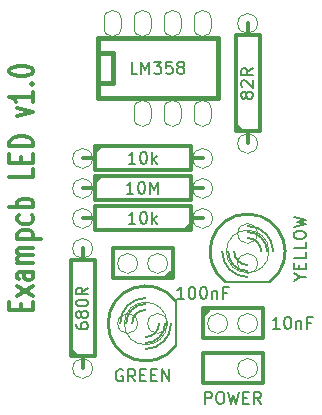
<source format=gto>
G04 #@! TF.FileFunction,Legend,Top*
%FSLAX46Y46*%
G04 Gerber Fmt 4.6, Leading zero omitted, Abs format (unit mm)*
G04 Created by KiCad (PCBNEW 0.201412031631+5310~19~ubuntu14.04.1-product) date sáb 06 dic 2014 00:19:34 CET*
%MOMM*%
G01*
G04 APERTURE LIST*
%ADD10C,0.100000*%
%ADD11C,0.304800*%
%ADD12C,0.381000*%
%ADD13C,0.203200*%
%ADD14C,0.076200*%
%ADD15C,0.254000*%
%ADD16C,0.152400*%
G04 APERTURE END LIST*
D10*
D11*
X133204857Y-111905143D02*
X133204857Y-111397143D01*
X134269238Y-111179429D02*
X134269238Y-111905143D01*
X132237238Y-111905143D01*
X132237238Y-111179429D01*
X134269238Y-110671429D02*
X132914571Y-109873143D01*
X132914571Y-110671429D02*
X134269238Y-109873143D01*
X134269238Y-108639429D02*
X133204857Y-108639429D01*
X133011333Y-108712000D01*
X132914571Y-108857143D01*
X132914571Y-109147429D01*
X133011333Y-109292572D01*
X134172476Y-108639429D02*
X134269238Y-108784572D01*
X134269238Y-109147429D01*
X134172476Y-109292572D01*
X133978952Y-109365143D01*
X133785429Y-109365143D01*
X133591905Y-109292572D01*
X133495143Y-109147429D01*
X133495143Y-108784572D01*
X133398381Y-108639429D01*
X134269238Y-107913715D02*
X132914571Y-107913715D01*
X133108095Y-107913715D02*
X133011333Y-107841143D01*
X132914571Y-107696001D01*
X132914571Y-107478286D01*
X133011333Y-107333143D01*
X133204857Y-107260572D01*
X134269238Y-107260572D01*
X133204857Y-107260572D02*
X133011333Y-107188001D01*
X132914571Y-107042858D01*
X132914571Y-106825143D01*
X133011333Y-106680001D01*
X133204857Y-106607429D01*
X134269238Y-106607429D01*
X132914571Y-105881715D02*
X134946571Y-105881715D01*
X133011333Y-105881715D02*
X132914571Y-105736572D01*
X132914571Y-105446286D01*
X133011333Y-105301143D01*
X133108095Y-105228572D01*
X133301619Y-105156001D01*
X133882190Y-105156001D01*
X134075714Y-105228572D01*
X134172476Y-105301143D01*
X134269238Y-105446286D01*
X134269238Y-105736572D01*
X134172476Y-105881715D01*
X134172476Y-103849715D02*
X134269238Y-103994858D01*
X134269238Y-104285144D01*
X134172476Y-104430286D01*
X134075714Y-104502858D01*
X133882190Y-104575429D01*
X133301619Y-104575429D01*
X133108095Y-104502858D01*
X133011333Y-104430286D01*
X132914571Y-104285144D01*
X132914571Y-103994858D01*
X133011333Y-103849715D01*
X134269238Y-103196572D02*
X132237238Y-103196572D01*
X133011333Y-103196572D02*
X132914571Y-103051429D01*
X132914571Y-102761143D01*
X133011333Y-102616000D01*
X133108095Y-102543429D01*
X133301619Y-102470858D01*
X133882190Y-102470858D01*
X134075714Y-102543429D01*
X134172476Y-102616000D01*
X134269238Y-102761143D01*
X134269238Y-103051429D01*
X134172476Y-103196572D01*
X134269238Y-99930858D02*
X134269238Y-100656572D01*
X132237238Y-100656572D01*
X133204857Y-99422858D02*
X133204857Y-98914858D01*
X134269238Y-98697144D02*
X134269238Y-99422858D01*
X132237238Y-99422858D01*
X132237238Y-98697144D01*
X134269238Y-98044001D02*
X132237238Y-98044001D01*
X132237238Y-97681144D01*
X132334000Y-97463429D01*
X132527524Y-97318287D01*
X132721048Y-97245715D01*
X133108095Y-97173144D01*
X133398381Y-97173144D01*
X133785429Y-97245715D01*
X133978952Y-97318287D01*
X134172476Y-97463429D01*
X134269238Y-97681144D01*
X134269238Y-98044001D01*
X132914571Y-95504001D02*
X134269238Y-95141144D01*
X132914571Y-94778286D01*
X134269238Y-93399429D02*
X134269238Y-94270286D01*
X134269238Y-93834858D02*
X132237238Y-93834858D01*
X132527524Y-93980001D01*
X132721048Y-94125143D01*
X132817810Y-94270286D01*
X134075714Y-92746286D02*
X134172476Y-92673714D01*
X134269238Y-92746286D01*
X134172476Y-92818857D01*
X134075714Y-92746286D01*
X134269238Y-92746286D01*
X132237238Y-91730286D02*
X132237238Y-91585143D01*
X132334000Y-91440000D01*
X132430762Y-91367429D01*
X132624286Y-91294858D01*
X133011333Y-91222286D01*
X133495143Y-91222286D01*
X133882190Y-91294858D01*
X134075714Y-91367429D01*
X134172476Y-91440000D01*
X134269238Y-91585143D01*
X134269238Y-91730286D01*
X134172476Y-91875429D01*
X134075714Y-91948000D01*
X133882190Y-92020572D01*
X133495143Y-92093143D01*
X133011333Y-92093143D01*
X132624286Y-92020572D01*
X132430762Y-91948000D01*
X132334000Y-91875429D01*
X132237238Y-91730286D01*
X145999200Y-109220000D02*
X140970000Y-109220000D01*
X140970000Y-109220000D02*
X140970000Y-106680000D01*
X140970000Y-106680000D02*
X146050000Y-106680000D01*
X146050000Y-106680000D02*
X146050000Y-109220000D01*
X146050000Y-108585000D02*
X145415000Y-109220000D01*
X148640800Y-111760000D02*
X153670000Y-111760000D01*
X153670000Y-111760000D02*
X153670000Y-114300000D01*
X153670000Y-114300000D02*
X148590000Y-114300000D01*
X148590000Y-114300000D02*
X148590000Y-111760000D01*
X148590000Y-112395000D02*
X149225000Y-111760000D01*
D12*
X139700000Y-90170000D02*
X140970000Y-90170000D01*
X140970000Y-90170000D02*
X140970000Y-92710000D01*
X140970000Y-92710000D02*
X139700000Y-92710000D01*
X139700000Y-88900000D02*
X149860000Y-88900000D01*
X149860000Y-88900000D02*
X149860000Y-93980000D01*
X149860000Y-93980000D02*
X139700000Y-93980000D01*
X139700000Y-93980000D02*
X139700000Y-88900000D01*
D13*
X150495000Y-109524800D02*
X154305000Y-109524800D01*
D14*
X154196051Y-106934000D02*
G75*
G03X154196051Y-106934000I-1796051J0D01*
G01*
D15*
X154307668Y-109471997D02*
G75*
G03X150495000Y-109474000I-1907668J2537997D01*
G01*
D16*
X153543000Y-106934000D02*
G75*
G03X152400000Y-105791000I-1143000J0D01*
G01*
X151257000Y-106934000D02*
G75*
G03X152400000Y-108077000I1143000J0D01*
G01*
X154051000Y-106934000D02*
G75*
G03X152400000Y-105283000I-1651000J0D01*
G01*
X150749000Y-106934000D02*
G75*
G03X152400000Y-108585000I1651000J0D01*
G01*
X154559000Y-106934000D02*
G75*
G03X152400000Y-104775000I-2159000J0D01*
G01*
X150241000Y-106934000D02*
G75*
G03X152400000Y-109093000I2159000J0D01*
G01*
D13*
X146354800Y-114935000D02*
X146354800Y-111125000D01*
D14*
X145560051Y-113030000D02*
G75*
G03X145560051Y-113030000I-1796051J0D01*
G01*
D15*
X146301997Y-111122332D02*
G75*
G03X146304000Y-114935000I-2537997J-1907668D01*
G01*
D16*
X143764000Y-111887000D02*
G75*
G03X142621000Y-113030000I0J-1143000D01*
G01*
X143764000Y-114173000D02*
G75*
G03X144907000Y-113030000I0J1143000D01*
G01*
X143764000Y-111379000D02*
G75*
G03X142113000Y-113030000I0J-1651000D01*
G01*
X143764000Y-114681000D02*
G75*
G03X145415000Y-113030000I0J1651000D01*
G01*
X143764000Y-110871000D02*
G75*
G03X141605000Y-113030000I0J-2159000D01*
G01*
X143764000Y-115189000D02*
G75*
G03X145923000Y-113030000I0J2159000D01*
G01*
D11*
X152400000Y-97790000D02*
X152400000Y-96774000D01*
X152400000Y-96774000D02*
X151384000Y-96774000D01*
X151384000Y-96774000D02*
X151384000Y-88646000D01*
X151384000Y-88646000D02*
X153416000Y-88646000D01*
X153416000Y-88646000D02*
X153416000Y-96774000D01*
X153416000Y-96774000D02*
X152400000Y-96774000D01*
X151892000Y-96774000D02*
X151384000Y-96266000D01*
X152400000Y-87630000D02*
X152400000Y-88646000D01*
X138430000Y-101600000D02*
X139446000Y-101600000D01*
X139446000Y-101600000D02*
X139446000Y-100584000D01*
X139446000Y-100584000D02*
X147574000Y-100584000D01*
X147574000Y-100584000D02*
X147574000Y-102616000D01*
X147574000Y-102616000D02*
X139446000Y-102616000D01*
X139446000Y-102616000D02*
X139446000Y-101600000D01*
X139446000Y-101092000D02*
X139954000Y-100584000D01*
X148590000Y-101600000D02*
X147574000Y-101600000D01*
X138430000Y-99060000D02*
X139446000Y-99060000D01*
X139446000Y-99060000D02*
X139446000Y-98044000D01*
X139446000Y-98044000D02*
X147574000Y-98044000D01*
X147574000Y-98044000D02*
X147574000Y-100076000D01*
X147574000Y-100076000D02*
X139446000Y-100076000D01*
X139446000Y-100076000D02*
X139446000Y-99060000D01*
X139446000Y-98552000D02*
X139954000Y-98044000D01*
X148590000Y-99060000D02*
X147574000Y-99060000D01*
X148590000Y-104140000D02*
X147574000Y-104140000D01*
X147574000Y-104140000D02*
X147574000Y-105156000D01*
X147574000Y-105156000D02*
X139446000Y-105156000D01*
X139446000Y-105156000D02*
X139446000Y-103124000D01*
X139446000Y-103124000D02*
X147574000Y-103124000D01*
X147574000Y-103124000D02*
X147574000Y-104140000D01*
X147574000Y-104648000D02*
X147066000Y-105156000D01*
X138430000Y-104140000D02*
X139446000Y-104140000D01*
X138430000Y-116840000D02*
X138430000Y-115824000D01*
X138430000Y-115824000D02*
X137414000Y-115824000D01*
X137414000Y-115824000D02*
X137414000Y-107696000D01*
X137414000Y-107696000D02*
X139446000Y-107696000D01*
X139446000Y-107696000D02*
X139446000Y-115824000D01*
X139446000Y-115824000D02*
X138430000Y-115824000D01*
X137922000Y-115824000D02*
X137414000Y-115316000D01*
X138430000Y-106680000D02*
X138430000Y-107696000D01*
X148590000Y-118110000D02*
X148590000Y-115570000D01*
X148590000Y-115570000D02*
X153670000Y-115570000D01*
X153670000Y-115570000D02*
X153670000Y-118110000D01*
X153670000Y-118110000D02*
X148590000Y-118110000D01*
D10*
X145619000Y-107950000D02*
G75*
G03X145619000Y-107950000I-839000J0D01*
G01*
X143079000Y-107950000D02*
G75*
G03X143079000Y-107950000I-839000J0D01*
G01*
X150699000Y-113030000D02*
G75*
G03X150699000Y-113030000I-839000J0D01*
G01*
X153239000Y-113030000D02*
G75*
G03X153239000Y-113030000I-839000J0D01*
G01*
X142772600Y-94894400D02*
X142772600Y-95605600D01*
X144247400Y-94894400D02*
X144247400Y-95605600D01*
X142772600Y-95605600D02*
G75*
G03X144247400Y-95605600I737400J0D01*
G01*
X144247400Y-94894400D02*
G75*
G03X142772600Y-94894400I-737400J0D01*
G01*
X145312600Y-94894400D02*
X145312600Y-95605600D01*
X146787400Y-94894400D02*
X146787400Y-95605600D01*
X145312600Y-95605600D02*
G75*
G03X146787400Y-95605600I737400J0D01*
G01*
X146787400Y-94894400D02*
G75*
G03X145312600Y-94894400I-737400J0D01*
G01*
X147852600Y-94894400D02*
X147852600Y-95605600D01*
X149327400Y-94894400D02*
X149327400Y-95605600D01*
X147852600Y-95605600D02*
G75*
G03X149327400Y-95605600I737400J0D01*
G01*
X149327400Y-94894400D02*
G75*
G03X147852600Y-94894400I-737400J0D01*
G01*
X147852600Y-87274400D02*
X147852600Y-87985600D01*
X149327400Y-87274400D02*
X149327400Y-87985600D01*
X147852600Y-87985600D02*
G75*
G03X149327400Y-87985600I737400J0D01*
G01*
X149327400Y-87274400D02*
G75*
G03X147852600Y-87274400I-737400J0D01*
G01*
X145312600Y-87274400D02*
X145312600Y-87985600D01*
X146787400Y-87274400D02*
X146787400Y-87985600D01*
X145312600Y-87985600D02*
G75*
G03X146787400Y-87985600I737400J0D01*
G01*
X146787400Y-87274400D02*
G75*
G03X145312600Y-87274400I-737400J0D01*
G01*
X142772600Y-87274400D02*
X142772600Y-87985600D01*
X144247400Y-87274400D02*
X144247400Y-87985600D01*
X142772600Y-87985600D02*
G75*
G03X144247400Y-87985600I737400J0D01*
G01*
X144247400Y-87274400D02*
G75*
G03X142772600Y-87274400I-737400J0D01*
G01*
X140232600Y-87274400D02*
X140232600Y-87985600D01*
X141707400Y-87274400D02*
X141707400Y-87985600D01*
X140232600Y-87985600D02*
G75*
G03X141707400Y-87985600I737400J0D01*
G01*
X141707400Y-87274400D02*
G75*
G03X140232600Y-87274400I-737400J0D01*
G01*
X153239000Y-105410000D02*
G75*
G03X153239000Y-105410000I-839000J0D01*
G01*
X153239000Y-107950000D02*
G75*
G03X153239000Y-107950000I-839000J0D01*
G01*
X143079000Y-113030000D02*
G75*
G03X143079000Y-113030000I-839000J0D01*
G01*
X145619000Y-113030000D02*
G75*
G03X145619000Y-113030000I-839000J0D01*
G01*
X153239000Y-97790000D02*
G75*
G03X153239000Y-97790000I-839000J0D01*
G01*
X153239000Y-87630000D02*
G75*
G03X153239000Y-87630000I-839000J0D01*
G01*
X139269000Y-101600000D02*
G75*
G03X139269000Y-101600000I-839000J0D01*
G01*
X149429000Y-101600000D02*
G75*
G03X149429000Y-101600000I-839000J0D01*
G01*
X139269000Y-99060000D02*
G75*
G03X139269000Y-99060000I-839000J0D01*
G01*
X149429000Y-99060000D02*
G75*
G03X149429000Y-99060000I-839000J0D01*
G01*
X149429000Y-104140000D02*
G75*
G03X149429000Y-104140000I-839000J0D01*
G01*
X139269000Y-104140000D02*
G75*
G03X139269000Y-104140000I-839000J0D01*
G01*
X139269000Y-116840000D02*
G75*
G03X139269000Y-116840000I-839000J0D01*
G01*
X139269000Y-106680000D02*
G75*
G03X139269000Y-106680000I-839000J0D01*
G01*
X153239000Y-116840000D02*
G75*
G03X153239000Y-116840000I-839000J0D01*
G01*
D13*
X147017619Y-110949619D02*
X146437048Y-110949619D01*
X146727334Y-110949619D02*
X146727334Y-109933619D01*
X146630572Y-110078762D01*
X146533810Y-110175524D01*
X146437048Y-110223905D01*
X147646572Y-109933619D02*
X147743333Y-109933619D01*
X147840095Y-109982000D01*
X147888476Y-110030381D01*
X147936857Y-110127143D01*
X147985238Y-110320667D01*
X147985238Y-110562571D01*
X147936857Y-110756095D01*
X147888476Y-110852857D01*
X147840095Y-110901238D01*
X147743333Y-110949619D01*
X147646572Y-110949619D01*
X147549810Y-110901238D01*
X147501429Y-110852857D01*
X147453048Y-110756095D01*
X147404667Y-110562571D01*
X147404667Y-110320667D01*
X147453048Y-110127143D01*
X147501429Y-110030381D01*
X147549810Y-109982000D01*
X147646572Y-109933619D01*
X148614191Y-109933619D02*
X148710952Y-109933619D01*
X148807714Y-109982000D01*
X148856095Y-110030381D01*
X148904476Y-110127143D01*
X148952857Y-110320667D01*
X148952857Y-110562571D01*
X148904476Y-110756095D01*
X148856095Y-110852857D01*
X148807714Y-110901238D01*
X148710952Y-110949619D01*
X148614191Y-110949619D01*
X148517429Y-110901238D01*
X148469048Y-110852857D01*
X148420667Y-110756095D01*
X148372286Y-110562571D01*
X148372286Y-110320667D01*
X148420667Y-110127143D01*
X148469048Y-110030381D01*
X148517429Y-109982000D01*
X148614191Y-109933619D01*
X149388286Y-110272286D02*
X149388286Y-110949619D01*
X149388286Y-110369048D02*
X149436667Y-110320667D01*
X149533429Y-110272286D01*
X149678571Y-110272286D01*
X149775333Y-110320667D01*
X149823714Y-110417429D01*
X149823714Y-110949619D01*
X150646190Y-110417429D02*
X150307524Y-110417429D01*
X150307524Y-110949619D02*
X150307524Y-109933619D01*
X150791333Y-109933619D01*
X155121429Y-113489619D02*
X154540858Y-113489619D01*
X154831144Y-113489619D02*
X154831144Y-112473619D01*
X154734382Y-112618762D01*
X154637620Y-112715524D01*
X154540858Y-112763905D01*
X155750382Y-112473619D02*
X155847143Y-112473619D01*
X155943905Y-112522000D01*
X155992286Y-112570381D01*
X156040667Y-112667143D01*
X156089048Y-112860667D01*
X156089048Y-113102571D01*
X156040667Y-113296095D01*
X155992286Y-113392857D01*
X155943905Y-113441238D01*
X155847143Y-113489619D01*
X155750382Y-113489619D01*
X155653620Y-113441238D01*
X155605239Y-113392857D01*
X155556858Y-113296095D01*
X155508477Y-113102571D01*
X155508477Y-112860667D01*
X155556858Y-112667143D01*
X155605239Y-112570381D01*
X155653620Y-112522000D01*
X155750382Y-112473619D01*
X156524477Y-112812286D02*
X156524477Y-113489619D01*
X156524477Y-112909048D02*
X156572858Y-112860667D01*
X156669620Y-112812286D01*
X156814762Y-112812286D01*
X156911524Y-112860667D01*
X156959905Y-112957429D01*
X156959905Y-113489619D01*
X157782381Y-112957429D02*
X157443715Y-112957429D01*
X157443715Y-113489619D02*
X157443715Y-112473619D01*
X157927524Y-112473619D01*
X143062476Y-91899619D02*
X142578667Y-91899619D01*
X142578667Y-90883619D01*
X143401143Y-91899619D02*
X143401143Y-90883619D01*
X143739809Y-91609333D01*
X144078476Y-90883619D01*
X144078476Y-91899619D01*
X144465524Y-90883619D02*
X145094476Y-90883619D01*
X144755810Y-91270667D01*
X144900952Y-91270667D01*
X144997714Y-91319048D01*
X145046095Y-91367429D01*
X145094476Y-91464190D01*
X145094476Y-91706095D01*
X145046095Y-91802857D01*
X144997714Y-91851238D01*
X144900952Y-91899619D01*
X144610667Y-91899619D01*
X144513905Y-91851238D01*
X144465524Y-91802857D01*
X146013714Y-90883619D02*
X145529905Y-90883619D01*
X145481524Y-91367429D01*
X145529905Y-91319048D01*
X145626667Y-91270667D01*
X145868571Y-91270667D01*
X145965333Y-91319048D01*
X146013714Y-91367429D01*
X146062095Y-91464190D01*
X146062095Y-91706095D01*
X146013714Y-91802857D01*
X145965333Y-91851238D01*
X145868571Y-91899619D01*
X145626667Y-91899619D01*
X145529905Y-91851238D01*
X145481524Y-91802857D01*
X146642667Y-91319048D02*
X146545905Y-91270667D01*
X146497524Y-91222286D01*
X146449143Y-91125524D01*
X146449143Y-91077143D01*
X146497524Y-90980381D01*
X146545905Y-90932000D01*
X146642667Y-90883619D01*
X146836190Y-90883619D01*
X146932952Y-90932000D01*
X146981333Y-90980381D01*
X147029714Y-91077143D01*
X147029714Y-91125524D01*
X146981333Y-91222286D01*
X146932952Y-91270667D01*
X146836190Y-91319048D01*
X146642667Y-91319048D01*
X146545905Y-91367429D01*
X146497524Y-91415810D01*
X146449143Y-91512571D01*
X146449143Y-91706095D01*
X146497524Y-91802857D01*
X146545905Y-91851238D01*
X146642667Y-91899619D01*
X146836190Y-91899619D01*
X146932952Y-91851238D01*
X146981333Y-91802857D01*
X147029714Y-91706095D01*
X147029714Y-91512571D01*
X146981333Y-91415810D01*
X146932952Y-91367429D01*
X146836190Y-91319048D01*
X156820810Y-109074856D02*
X157304619Y-109074856D01*
X156288619Y-109413523D02*
X156820810Y-109074856D01*
X156288619Y-108736190D01*
X156772429Y-108397523D02*
X156772429Y-108058857D01*
X157304619Y-107913714D02*
X157304619Y-108397523D01*
X156288619Y-108397523D01*
X156288619Y-107913714D01*
X157304619Y-106994476D02*
X157304619Y-107478285D01*
X156288619Y-107478285D01*
X157304619Y-106172000D02*
X157304619Y-106655809D01*
X156288619Y-106655809D01*
X156288619Y-105639809D02*
X156288619Y-105446286D01*
X156337000Y-105349524D01*
X156433762Y-105252762D01*
X156627286Y-105204381D01*
X156965952Y-105204381D01*
X157159476Y-105252762D01*
X157256238Y-105349524D01*
X157304619Y-105446286D01*
X157304619Y-105639809D01*
X157256238Y-105736571D01*
X157159476Y-105833333D01*
X156965952Y-105881714D01*
X156627286Y-105881714D01*
X156433762Y-105833333D01*
X156337000Y-105736571D01*
X156288619Y-105639809D01*
X156288619Y-104865714D02*
X157304619Y-104623809D01*
X156578905Y-104430286D01*
X157304619Y-104236762D01*
X156288619Y-103994857D01*
X141816667Y-116967000D02*
X141719905Y-116918619D01*
X141574762Y-116918619D01*
X141429620Y-116967000D01*
X141332858Y-117063762D01*
X141284477Y-117160524D01*
X141236096Y-117354048D01*
X141236096Y-117499190D01*
X141284477Y-117692714D01*
X141332858Y-117789476D01*
X141429620Y-117886238D01*
X141574762Y-117934619D01*
X141671524Y-117934619D01*
X141816667Y-117886238D01*
X141865048Y-117837857D01*
X141865048Y-117499190D01*
X141671524Y-117499190D01*
X142881048Y-117934619D02*
X142542382Y-117450810D01*
X142300477Y-117934619D02*
X142300477Y-116918619D01*
X142687524Y-116918619D01*
X142784286Y-116967000D01*
X142832667Y-117015381D01*
X142881048Y-117112143D01*
X142881048Y-117257286D01*
X142832667Y-117354048D01*
X142784286Y-117402429D01*
X142687524Y-117450810D01*
X142300477Y-117450810D01*
X143316477Y-117402429D02*
X143655143Y-117402429D01*
X143800286Y-117934619D02*
X143316477Y-117934619D01*
X143316477Y-116918619D01*
X143800286Y-116918619D01*
X144235715Y-117402429D02*
X144574381Y-117402429D01*
X144719524Y-117934619D02*
X144235715Y-117934619D01*
X144235715Y-116918619D01*
X144719524Y-116918619D01*
X145154953Y-117934619D02*
X145154953Y-116918619D01*
X145735524Y-117934619D01*
X145735524Y-116918619D01*
X152279048Y-93798571D02*
X152230667Y-93895333D01*
X152182286Y-93943714D01*
X152085524Y-93992095D01*
X152037143Y-93992095D01*
X151940381Y-93943714D01*
X151892000Y-93895333D01*
X151843619Y-93798571D01*
X151843619Y-93605048D01*
X151892000Y-93508286D01*
X151940381Y-93459905D01*
X152037143Y-93411524D01*
X152085524Y-93411524D01*
X152182286Y-93459905D01*
X152230667Y-93508286D01*
X152279048Y-93605048D01*
X152279048Y-93798571D01*
X152327429Y-93895333D01*
X152375810Y-93943714D01*
X152472571Y-93992095D01*
X152666095Y-93992095D01*
X152762857Y-93943714D01*
X152811238Y-93895333D01*
X152859619Y-93798571D01*
X152859619Y-93605048D01*
X152811238Y-93508286D01*
X152762857Y-93459905D01*
X152666095Y-93411524D01*
X152472571Y-93411524D01*
X152375810Y-93459905D01*
X152327429Y-93508286D01*
X152279048Y-93605048D01*
X151940381Y-93024476D02*
X151892000Y-92976095D01*
X151843619Y-92879333D01*
X151843619Y-92637429D01*
X151892000Y-92540667D01*
X151940381Y-92492286D01*
X152037143Y-92443905D01*
X152133905Y-92443905D01*
X152279048Y-92492286D01*
X152859619Y-93072857D01*
X152859619Y-92443905D01*
X152859619Y-91427905D02*
X152375810Y-91766571D01*
X152859619Y-92008476D02*
X151843619Y-92008476D01*
X151843619Y-91621429D01*
X151892000Y-91524667D01*
X151940381Y-91476286D01*
X152037143Y-91427905D01*
X152182286Y-91427905D01*
X152279048Y-91476286D01*
X152327429Y-91524667D01*
X152375810Y-91621429D01*
X152375810Y-92008476D01*
X142735905Y-102059619D02*
X142155334Y-102059619D01*
X142445620Y-102059619D02*
X142445620Y-101043619D01*
X142348858Y-101188762D01*
X142252096Y-101285524D01*
X142155334Y-101333905D01*
X143364858Y-101043619D02*
X143461619Y-101043619D01*
X143558381Y-101092000D01*
X143606762Y-101140381D01*
X143655143Y-101237143D01*
X143703524Y-101430667D01*
X143703524Y-101672571D01*
X143655143Y-101866095D01*
X143606762Y-101962857D01*
X143558381Y-102011238D01*
X143461619Y-102059619D01*
X143364858Y-102059619D01*
X143268096Y-102011238D01*
X143219715Y-101962857D01*
X143171334Y-101866095D01*
X143122953Y-101672571D01*
X143122953Y-101430667D01*
X143171334Y-101237143D01*
X143219715Y-101140381D01*
X143268096Y-101092000D01*
X143364858Y-101043619D01*
X144138953Y-102059619D02*
X144138953Y-101043619D01*
X144477619Y-101769333D01*
X144816286Y-101043619D01*
X144816286Y-102059619D01*
X142905238Y-99519619D02*
X142324667Y-99519619D01*
X142614953Y-99519619D02*
X142614953Y-98503619D01*
X142518191Y-98648762D01*
X142421429Y-98745524D01*
X142324667Y-98793905D01*
X143534191Y-98503619D02*
X143630952Y-98503619D01*
X143727714Y-98552000D01*
X143776095Y-98600381D01*
X143824476Y-98697143D01*
X143872857Y-98890667D01*
X143872857Y-99132571D01*
X143824476Y-99326095D01*
X143776095Y-99422857D01*
X143727714Y-99471238D01*
X143630952Y-99519619D01*
X143534191Y-99519619D01*
X143437429Y-99471238D01*
X143389048Y-99422857D01*
X143340667Y-99326095D01*
X143292286Y-99132571D01*
X143292286Y-98890667D01*
X143340667Y-98697143D01*
X143389048Y-98600381D01*
X143437429Y-98552000D01*
X143534191Y-98503619D01*
X144308286Y-99519619D02*
X144308286Y-98503619D01*
X144405048Y-99132571D02*
X144695333Y-99519619D01*
X144695333Y-98842286D02*
X144308286Y-99229333D01*
X142905238Y-104599619D02*
X142324667Y-104599619D01*
X142614953Y-104599619D02*
X142614953Y-103583619D01*
X142518191Y-103728762D01*
X142421429Y-103825524D01*
X142324667Y-103873905D01*
X143534191Y-103583619D02*
X143630952Y-103583619D01*
X143727714Y-103632000D01*
X143776095Y-103680381D01*
X143824476Y-103777143D01*
X143872857Y-103970667D01*
X143872857Y-104212571D01*
X143824476Y-104406095D01*
X143776095Y-104502857D01*
X143727714Y-104551238D01*
X143630952Y-104599619D01*
X143534191Y-104599619D01*
X143437429Y-104551238D01*
X143389048Y-104502857D01*
X143340667Y-104406095D01*
X143292286Y-104212571D01*
X143292286Y-103970667D01*
X143340667Y-103777143D01*
X143389048Y-103680381D01*
X143437429Y-103632000D01*
X143534191Y-103583619D01*
X144308286Y-104599619D02*
X144308286Y-103583619D01*
X144405048Y-104212571D02*
X144695333Y-104599619D01*
X144695333Y-103922286D02*
X144308286Y-104309333D01*
X137873619Y-113042095D02*
X137873619Y-113235618D01*
X137922000Y-113332380D01*
X137970381Y-113380761D01*
X138115524Y-113477523D01*
X138309048Y-113525904D01*
X138696095Y-113525904D01*
X138792857Y-113477523D01*
X138841238Y-113429142D01*
X138889619Y-113332380D01*
X138889619Y-113138857D01*
X138841238Y-113042095D01*
X138792857Y-112993714D01*
X138696095Y-112945333D01*
X138454190Y-112945333D01*
X138357429Y-112993714D01*
X138309048Y-113042095D01*
X138260667Y-113138857D01*
X138260667Y-113332380D01*
X138309048Y-113429142D01*
X138357429Y-113477523D01*
X138454190Y-113525904D01*
X138309048Y-112364761D02*
X138260667Y-112461523D01*
X138212286Y-112509904D01*
X138115524Y-112558285D01*
X138067143Y-112558285D01*
X137970381Y-112509904D01*
X137922000Y-112461523D01*
X137873619Y-112364761D01*
X137873619Y-112171238D01*
X137922000Y-112074476D01*
X137970381Y-112026095D01*
X138067143Y-111977714D01*
X138115524Y-111977714D01*
X138212286Y-112026095D01*
X138260667Y-112074476D01*
X138309048Y-112171238D01*
X138309048Y-112364761D01*
X138357429Y-112461523D01*
X138405810Y-112509904D01*
X138502571Y-112558285D01*
X138696095Y-112558285D01*
X138792857Y-112509904D01*
X138841238Y-112461523D01*
X138889619Y-112364761D01*
X138889619Y-112171238D01*
X138841238Y-112074476D01*
X138792857Y-112026095D01*
X138696095Y-111977714D01*
X138502571Y-111977714D01*
X138405810Y-112026095D01*
X138357429Y-112074476D01*
X138309048Y-112171238D01*
X137873619Y-111348761D02*
X137873619Y-111252000D01*
X137922000Y-111155238D01*
X137970381Y-111106857D01*
X138067143Y-111058476D01*
X138260667Y-111010095D01*
X138502571Y-111010095D01*
X138696095Y-111058476D01*
X138792857Y-111106857D01*
X138841238Y-111155238D01*
X138889619Y-111252000D01*
X138889619Y-111348761D01*
X138841238Y-111445523D01*
X138792857Y-111493904D01*
X138696095Y-111542285D01*
X138502571Y-111590666D01*
X138260667Y-111590666D01*
X138067143Y-111542285D01*
X137970381Y-111493904D01*
X137922000Y-111445523D01*
X137873619Y-111348761D01*
X138889619Y-109994095D02*
X138405810Y-110332761D01*
X138889619Y-110574666D02*
X137873619Y-110574666D01*
X137873619Y-110187619D01*
X137922000Y-110090857D01*
X137970381Y-110042476D01*
X138067143Y-109994095D01*
X138212286Y-109994095D01*
X138309048Y-110042476D01*
X138357429Y-110090857D01*
X138405810Y-110187619D01*
X138405810Y-110574666D01*
X148783524Y-119839619D02*
X148783524Y-118823619D01*
X149170571Y-118823619D01*
X149267333Y-118872000D01*
X149315714Y-118920381D01*
X149364095Y-119017143D01*
X149364095Y-119162286D01*
X149315714Y-119259048D01*
X149267333Y-119307429D01*
X149170571Y-119355810D01*
X148783524Y-119355810D01*
X149993048Y-118823619D02*
X150186571Y-118823619D01*
X150283333Y-118872000D01*
X150380095Y-118968762D01*
X150428476Y-119162286D01*
X150428476Y-119500952D01*
X150380095Y-119694476D01*
X150283333Y-119791238D01*
X150186571Y-119839619D01*
X149993048Y-119839619D01*
X149896286Y-119791238D01*
X149799524Y-119694476D01*
X149751143Y-119500952D01*
X149751143Y-119162286D01*
X149799524Y-118968762D01*
X149896286Y-118872000D01*
X149993048Y-118823619D01*
X150767143Y-118823619D02*
X151009048Y-119839619D01*
X151202571Y-119113905D01*
X151396095Y-119839619D01*
X151638000Y-118823619D01*
X152025048Y-119307429D02*
X152363714Y-119307429D01*
X152508857Y-119839619D02*
X152025048Y-119839619D01*
X152025048Y-118823619D01*
X152508857Y-118823619D01*
X153524857Y-119839619D02*
X153186191Y-119355810D01*
X152944286Y-119839619D02*
X152944286Y-118823619D01*
X153331333Y-118823619D01*
X153428095Y-118872000D01*
X153476476Y-118920381D01*
X153524857Y-119017143D01*
X153524857Y-119162286D01*
X153476476Y-119259048D01*
X153428095Y-119307429D01*
X153331333Y-119355810D01*
X152944286Y-119355810D01*
M02*

</source>
